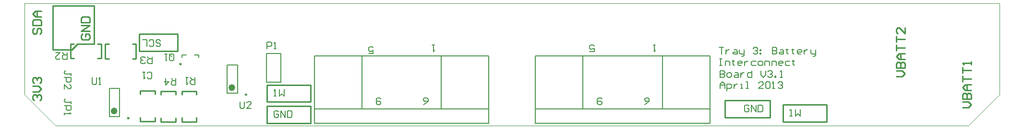
<source format=gto>
%FSLAX25Y25*%
%MOIN*%
G70*
G01*
G75*
G04 Layer_Color=65535*
%ADD10O,0.08661X0.02362*%
%ADD11R,0.03543X0.05118*%
%ADD12R,0.02362X0.05512*%
%ADD13R,0.05118X0.03543*%
%ADD14R,0.04921X0.05906*%
%ADD15R,0.02362X0.05906*%
%ADD16C,0.00100*%
%ADD17C,0.01000*%
%ADD18C,0.07874*%
%ADD19C,0.06500*%
%ADD20C,0.00098*%
%ADD21C,0.18740*%
%ADD22R,0.06654X0.06654*%
%ADD23C,0.06654*%
%ADD24C,0.09843*%
%ADD25R,0.05906X0.05906*%
%ADD26C,0.05906*%
%ADD27C,0.23622*%
%ADD28C,0.11811*%
%ADD29C,0.02362*%
%ADD30C,0.05000*%
%ADD31C,0.00984*%
%ADD32C,0.02362*%
%ADD33C,0.00787*%
%ADD34C,0.00591*%
D16*
X763779Y32480D02*
Y96457D01*
X742126Y10827D02*
X763779Y32480D01*
X108268Y10827D02*
X742126D01*
X86614Y32480D02*
X108268Y10827D01*
X86614Y96457D02*
X763779D01*
D17*
X106299Y63976D02*
Y94488D01*
Y63976D02*
X120079D01*
Y64961D01*
X121063D01*
Y65945D01*
X122047D01*
Y66929D01*
X123031D01*
Y67913D01*
X134843D01*
Y94488D01*
X106299D02*
X134843D01*
X643701Y13780D02*
Y25591D01*
X613189D02*
X643701D01*
X613189Y13780D02*
Y25591D01*
X613189Y13780D02*
X643701D01*
X604331Y16732D02*
Y28543D01*
X572835Y16732D02*
X604331D01*
X572835Y28543D02*
X604331D01*
X572835Y16732D02*
Y28543D01*
X254921Y12795D02*
X285433D01*
X285433Y12795D02*
Y24606D01*
X254921Y12795D02*
Y24606D01*
X254921D02*
X285433D01*
X254921Y27559D02*
X285433D01*
X254921Y27559D02*
Y39370D01*
X254921D02*
X285433D01*
Y27559D02*
Y39370D01*
X192913Y62992D02*
Y74803D01*
X166339D02*
X192913D01*
X166339Y62992D02*
Y74803D01*
Y62992D02*
X192913D01*
X161516Y68012D02*
X163878D01*
X161516Y57776D02*
X163878D01*
X142618D02*
X145374D01*
X142618Y68012D02*
X145374D01*
X142618Y57776D02*
Y68012D01*
X163878Y57776D02*
Y68012D01*
X118701Y57874D02*
X121063D01*
X118701Y68110D02*
X121063D01*
X137205D02*
X139961D01*
X137205Y57874D02*
X139961D01*
Y68110D01*
X118701Y57874D02*
Y68110D01*
X195866Y32677D02*
Y35039D01*
X206102Y32677D02*
Y35039D01*
Y13780D02*
Y16535D01*
X195866Y13780D02*
Y16535D01*
Y13780D02*
X206102D01*
X195866Y35039D02*
X206102D01*
X167079Y35217D02*
X177315D01*
X167079Y13957D02*
X177315D01*
X167079D02*
Y16713D01*
X177315Y13957D02*
Y16713D01*
Y32854D02*
Y35217D01*
X167079Y32854D02*
Y35217D01*
X181299Y32579D02*
Y34941D01*
X191535Y32579D02*
Y34941D01*
Y13681D02*
Y16437D01*
X181299Y13681D02*
Y16437D01*
Y13681D02*
X191535D01*
X181299Y34941D02*
X191535D01*
X93427Y28543D02*
X92427Y29543D01*
Y31542D01*
X93427Y32542D01*
X94427D01*
X95426Y31542D01*
Y30543D01*
Y31542D01*
X96426Y32542D01*
X97426D01*
X98425Y31542D01*
Y29543D01*
X97426Y28543D01*
X92427Y34541D02*
X96426D01*
X98425Y36541D01*
X96426Y38540D01*
X92427D01*
X93427Y40539D02*
X92427Y41539D01*
Y43538D01*
X93427Y44538D01*
X94427D01*
X95426Y43538D01*
Y42539D01*
Y43538D01*
X96426Y44538D01*
X97426D01*
X98425Y43538D01*
Y41539D01*
X97426Y40539D01*
X93427Y78802D02*
X92427Y77802D01*
Y75803D01*
X93427Y74803D01*
X94427D01*
X95426Y75803D01*
Y77802D01*
X96426Y78802D01*
X97426D01*
X98425Y77802D01*
Y75803D01*
X97426Y74803D01*
X92427Y80801D02*
X98425D01*
Y83800D01*
X97426Y84800D01*
X93427D01*
X92427Y83800D01*
Y80801D01*
X98425Y86799D02*
X94427D01*
X92427Y88799D01*
X94427Y90798D01*
X98425D01*
X95426D01*
Y86799D01*
X738096Y23622D02*
X742095D01*
X744095Y25621D01*
X742095Y27621D01*
X738096D01*
Y29620D02*
X744095D01*
Y32619D01*
X743095Y33619D01*
X742095D01*
X741095Y32619D01*
Y29620D01*
Y32619D01*
X740096Y33619D01*
X739096D01*
X738096Y32619D01*
Y29620D01*
X744095Y35618D02*
X740096D01*
X738096Y37617D01*
X740096Y39617D01*
X744095D01*
X741095D01*
Y35618D01*
X738096Y41616D02*
Y45615D01*
Y43616D01*
X744095D01*
X738096Y47614D02*
Y51613D01*
Y49614D01*
X744095D01*
Y53612D02*
Y55612D01*
Y54612D01*
X738096D01*
X739096Y53612D01*
X691837Y45276D02*
X695835D01*
X697835Y47275D01*
X695835Y49274D01*
X691837D01*
Y51274D02*
X697835D01*
Y54273D01*
X696835Y55272D01*
X695835D01*
X694836Y54273D01*
Y51274D01*
Y54273D01*
X693836Y55272D01*
X692836D01*
X691837Y54273D01*
Y51274D01*
X697835Y57272D02*
X693836D01*
X691837Y59271D01*
X693836Y61270D01*
X697835D01*
X694836D01*
Y57272D01*
X691837Y63270D02*
Y67269D01*
Y65269D01*
X697835D01*
X691837Y69268D02*
Y73267D01*
Y71267D01*
X697835D01*
Y79265D02*
Y75266D01*
X693836Y79265D01*
X692836D01*
X691837Y78265D01*
Y76266D01*
X692836Y75266D01*
X126891Y74865D02*
X125892Y73865D01*
Y71866D01*
X126891Y70866D01*
X130890D01*
X131890Y71866D01*
Y73865D01*
X130890Y74865D01*
X128891D01*
Y72865D01*
X131890Y76864D02*
X125892D01*
X131890Y80863D01*
X125892D01*
Y82862D02*
X131890D01*
Y85861D01*
X130890Y86861D01*
X126891D01*
X125892Y85861D01*
Y82862D01*
D20*
X86614Y32480D02*
Y96457D01*
D31*
X240917Y32606D02*
G03*
X240917Y32606I-492J0D01*
G01*
X159138Y16240D02*
G03*
X159138Y16240I-492J0D01*
G01*
X195413Y53937D02*
G03*
X195413Y53937I-492J0D01*
G01*
D32*
X231764Y37547D02*
G03*
X231764Y37547I-1181J0D01*
G01*
X149984Y21181D02*
G03*
X149984Y21181I-1181J0D01*
G01*
D33*
X529535Y22638D02*
Y59646D01*
X441347Y12795D02*
X562606D01*
X474417Y22638D02*
Y59646D01*
X441347Y59646D02*
X562606D01*
Y12795D02*
Y59646D01*
X441347Y12795D02*
Y59646D01*
Y22638D02*
X562606D01*
X376035D02*
Y59646D01*
X287846Y12795D02*
X409106D01*
X320917Y22638D02*
Y59646D01*
X287846Y59646D02*
X409106D01*
Y12795D02*
Y59646D01*
X287846Y12795D02*
Y59646D01*
Y22638D02*
X409106D01*
X234520Y33610D02*
Y53295D01*
X227433Y33610D02*
Y53295D01*
Y33610D02*
X234520D01*
X227433Y53295D02*
X234520D01*
X145653Y36929D02*
X152740D01*
X145653Y17244D02*
X152740D01*
X145653D02*
Y36929D01*
X152740Y17244D02*
Y36929D01*
X254476Y61327D02*
X264476D01*
Y41327D02*
Y61327D01*
X254476Y41327D02*
X264476D01*
X254476D02*
Y61327D01*
X204527Y60236D02*
X207677D01*
Y58661D02*
Y60236D01*
X195866D02*
X199016D01*
X195866Y58661D02*
Y60236D01*
D34*
X618110Y17717D02*
X619685D01*
X618897D01*
Y22439D01*
X618110Y21652D01*
X622046Y22439D02*
Y17717D01*
X623620Y19291D01*
X625195Y17717D01*
Y22439D01*
X236221Y27754D02*
Y23819D01*
X237008Y23031D01*
X238582D01*
X239369Y23819D01*
Y27754D01*
X244092Y23031D02*
X240943D01*
X244092Y26180D01*
Y26967D01*
X243305Y27754D01*
X241730D01*
X240943Y26967D01*
X133465Y44487D02*
Y40551D01*
X134252Y39764D01*
X135826D01*
X136613Y40551D01*
Y44487D01*
X138187Y39764D02*
X139762D01*
X138975D01*
Y44487D01*
X138187Y43699D01*
X191634Y43996D02*
Y39273D01*
X189272D01*
X188485Y40060D01*
Y41635D01*
X189272Y42422D01*
X191634D01*
X190060D02*
X188485Y43996D01*
X184549D02*
Y39273D01*
X186911Y41635D01*
X183762D01*
X175197Y59055D02*
Y54332D01*
X172835D01*
X172048Y55119D01*
Y56694D01*
X172835Y57481D01*
X175197D01*
X173623D02*
X172048Y59055D01*
X170474Y55119D02*
X169687Y54332D01*
X168113D01*
X167325Y55119D01*
Y55906D01*
X168113Y56694D01*
X168900D01*
X168113D01*
X167325Y57481D01*
Y58268D01*
X168113Y59055D01*
X169687D01*
X170474Y58268D01*
X116142Y62008D02*
Y57285D01*
X113780D01*
X112993Y58072D01*
Y59646D01*
X113780Y60434D01*
X116142D01*
X114567D02*
X112993Y62008D01*
X108270D02*
X111419D01*
X108270Y58859D01*
Y58072D01*
X109057Y57285D01*
X110632D01*
X111419Y58072D01*
X204921Y44488D02*
Y39765D01*
X202560D01*
X201773Y40552D01*
Y42127D01*
X202560Y42914D01*
X204921D01*
X203347D02*
X201773Y44488D01*
X200198D02*
X198624D01*
X199411D01*
Y39765D01*
X200198Y40552D01*
X255126Y64677D02*
Y69400D01*
X257488D01*
X258275Y68612D01*
Y67038D01*
X257488Y66251D01*
X255126D01*
X259849Y64677D02*
X261423D01*
X260636D01*
Y69400D01*
X259849Y68612D01*
X118896Y46064D02*
Y47638D01*
Y46851D01*
X114960D01*
X114173Y47638D01*
Y48425D01*
X114960Y49213D01*
X114173Y44490D02*
X118896D01*
Y42128D01*
X118109Y41341D01*
X116535D01*
X115747Y42128D01*
Y44490D01*
X114173Y36618D02*
Y39767D01*
X117322Y36618D01*
X118109D01*
X118896Y37405D01*
Y38980D01*
X118109Y39767D01*
X118896Y26379D02*
Y27953D01*
Y27166D01*
X114960D01*
X114173Y27953D01*
Y28740D01*
X114960Y29528D01*
X114173Y24805D02*
X118896D01*
Y22443D01*
X118109Y21656D01*
X116535D01*
X115747Y22443D01*
Y24805D01*
X114173Y20082D02*
Y18507D01*
Y19295D01*
X118896D01*
X118109Y20082D01*
X171851Y44489D02*
X172639Y43702D01*
X174213D01*
X175000Y44489D01*
Y47638D01*
X174213Y48425D01*
X172639D01*
X171851Y47638D01*
X170277Y48425D02*
X168703D01*
X169490D01*
Y43702D01*
X170277Y44489D01*
X187206Y60237D02*
Y57088D01*
X187993Y56301D01*
X189567D01*
X190354Y57088D01*
Y60237D01*
X189567Y61024D01*
X187993D01*
X188780Y59449D02*
X187206Y61024D01*
X187993D02*
X187206Y60237D01*
X185631Y61024D02*
X184057D01*
X184844D01*
Y56301D01*
X185631Y57088D01*
X517155Y25690D02*
X518729Y26478D01*
X520303Y28052D01*
Y29626D01*
X519516Y30413D01*
X517942D01*
X517155Y29626D01*
Y28839D01*
X517942Y28052D01*
X520303D01*
X487587Y29626D02*
X486799Y30413D01*
X485225D01*
X484438Y29626D01*
Y26478D01*
X485225Y25690D01*
X486799D01*
X487587Y26478D01*
Y27265D01*
X486799Y28052D01*
X484438D01*
X478985Y62698D02*
X482134D01*
Y65060D01*
X480560Y64273D01*
X479772D01*
X478985Y65060D01*
Y66634D01*
X479772Y67421D01*
X481347D01*
X482134Y66634D01*
X524772Y67421D02*
X523197D01*
X523984D01*
Y62698D01*
X524772Y63485D01*
X363655Y25690D02*
X365229Y26478D01*
X366803Y28052D01*
Y29626D01*
X366016Y30413D01*
X364442D01*
X363655Y29626D01*
Y28839D01*
X364442Y28052D01*
X366803D01*
X334087Y29626D02*
X333299Y30413D01*
X331725D01*
X330938Y29626D01*
Y26478D01*
X331725Y25690D01*
X333299D01*
X334087Y26478D01*
Y27265D01*
X333299Y28052D01*
X330938D01*
X325592Y61222D02*
X328740D01*
Y63583D01*
X327166Y62796D01*
X326379D01*
X325592Y63583D01*
Y65158D01*
X326379Y65945D01*
X327953D01*
X328740Y65158D01*
X371272Y67421D02*
X369697D01*
X370484D01*
Y62698D01*
X371272Y63485D01*
X569685Y36811D02*
Y39960D01*
X571259Y41534D01*
X572834Y39960D01*
Y36811D01*
Y39172D01*
X569685D01*
X574408Y35237D02*
Y39960D01*
X576769D01*
X577557Y39172D01*
Y37598D01*
X576769Y36811D01*
X574408D01*
X579131Y39960D02*
Y36811D01*
Y38385D01*
X579918Y39172D01*
X580705Y39960D01*
X581492D01*
X583854Y36811D02*
X585428D01*
X584641D01*
Y39960D01*
X583854D01*
X587789Y36811D02*
X589364D01*
X588577D01*
Y41534D01*
X587789D01*
X599597Y36811D02*
X596448D01*
X599597Y39960D01*
Y40747D01*
X598809Y41534D01*
X597235D01*
X596448Y40747D01*
X601171D02*
X601958Y41534D01*
X603532D01*
X604319Y40747D01*
Y37598D01*
X603532Y36811D01*
X601958D01*
X601171Y37598D01*
Y40747D01*
X605894Y36811D02*
X607468D01*
X606681D01*
Y41534D01*
X605894Y40747D01*
X609830D02*
X610617Y41534D01*
X612191D01*
X612978Y40747D01*
Y39960D01*
X612191Y39172D01*
X611404D01*
X612191D01*
X612978Y38385D01*
Y37598D01*
X612191Y36811D01*
X610617D01*
X609830Y37598D01*
X589763Y24605D02*
X588976Y25392D01*
X587401D01*
X586614Y24605D01*
Y21456D01*
X587401Y20669D01*
X588976D01*
X589763Y21456D01*
Y23031D01*
X588189D01*
X591337Y20669D02*
Y25392D01*
X594486Y20669D01*
Y25392D01*
X596060D02*
Y20669D01*
X598421D01*
X599208Y21456D01*
Y24605D01*
X598421Y25392D01*
X596060D01*
X262991Y20668D02*
X262204Y21455D01*
X260630D01*
X259842Y20668D01*
Y17519D01*
X260630Y16732D01*
X262204D01*
X262991Y17519D01*
Y19094D01*
X261417D01*
X264565Y16732D02*
Y21455D01*
X267714Y16732D01*
Y21455D01*
X269288D02*
Y16732D01*
X271650D01*
X272437Y17519D01*
Y20668D01*
X271650Y21455D01*
X269288D01*
X259842Y31496D02*
X261417D01*
X260630D01*
Y36219D01*
X259842Y35432D01*
X263778Y36219D02*
Y31496D01*
X265353Y33070D01*
X266927Y31496D01*
Y36219D01*
X177954Y66930D02*
X178741Y66143D01*
X180315D01*
X181102Y66930D01*
Y67718D01*
X180315Y68505D01*
X178741D01*
X177954Y69292D01*
Y70079D01*
X178741Y70866D01*
X180315D01*
X181102Y70079D01*
X173231Y66930D02*
X174018Y66143D01*
X175592D01*
X176380Y66930D01*
Y70079D01*
X175592Y70866D01*
X174018D01*
X173231Y70079D01*
X171657Y66143D02*
Y70866D01*
X168508D01*
X569685Y49408D02*
Y44685D01*
X572047D01*
X572834Y45472D01*
Y46259D01*
X572047Y47047D01*
X569685D01*
X572047D01*
X572834Y47834D01*
Y48621D01*
X572047Y49408D01*
X569685D01*
X575195Y44685D02*
X576769D01*
X577557Y45472D01*
Y47047D01*
X576769Y47834D01*
X575195D01*
X574408Y47047D01*
Y45472D01*
X575195Y44685D01*
X579918Y47834D02*
X581492D01*
X582279Y47047D01*
Y44685D01*
X579918D01*
X579131Y45472D01*
X579918Y46259D01*
X582279D01*
X583854Y47834D02*
Y44685D01*
Y46259D01*
X584641Y47047D01*
X585428Y47834D01*
X586215D01*
X591725Y49408D02*
Y44685D01*
X589364D01*
X588577Y45472D01*
Y47047D01*
X589364Y47834D01*
X591725D01*
X598022Y49408D02*
Y46259D01*
X599597Y44685D01*
X601171Y46259D01*
Y49408D01*
X602745Y48621D02*
X603532Y49408D01*
X605107D01*
X605894Y48621D01*
Y47834D01*
X605107Y47047D01*
X604319D01*
X605107D01*
X605894Y46259D01*
Y45472D01*
X605107Y44685D01*
X603532D01*
X602745Y45472D01*
X607468Y44685D02*
Y45472D01*
X608255D01*
Y44685D01*
X607468D01*
X611404D02*
X612978D01*
X612191D01*
Y49408D01*
X611404Y48621D01*
X569291Y57676D02*
X570866D01*
X570079D01*
Y52953D01*
X569291D01*
X570866D01*
X573227D02*
Y56101D01*
X575589D01*
X576376Y55314D01*
Y52953D01*
X578737Y56889D02*
Y56101D01*
X577950D01*
X579524D01*
X578737D01*
Y53740D01*
X579524Y52953D01*
X584247D02*
X582673D01*
X581886Y53740D01*
Y55314D01*
X582673Y56101D01*
X584247D01*
X585034Y55314D01*
Y54527D01*
X581886D01*
X586609Y56101D02*
Y52953D01*
Y54527D01*
X587396Y55314D01*
X588183Y56101D01*
X588970D01*
X594480D02*
X592119D01*
X591331Y55314D01*
Y53740D01*
X592119Y52953D01*
X594480D01*
X596841D02*
X598416D01*
X599203Y53740D01*
Y55314D01*
X598416Y56101D01*
X596841D01*
X596054Y55314D01*
Y53740D01*
X596841Y52953D01*
X600777D02*
Y56101D01*
X603139D01*
X603926Y55314D01*
Y52953D01*
X605500D02*
Y56101D01*
X607862D01*
X608649Y55314D01*
Y52953D01*
X612584D02*
X611010D01*
X610223Y53740D01*
Y55314D01*
X611010Y56101D01*
X612584D01*
X613372Y55314D01*
Y54527D01*
X610223D01*
X618094Y56101D02*
X615733D01*
X614946Y55314D01*
Y53740D01*
X615733Y52953D01*
X618094D01*
X620456Y56889D02*
Y56101D01*
X619669D01*
X621243D01*
X620456D01*
Y53740D01*
X621243Y52953D01*
X568898Y65550D02*
X572046D01*
X570472D01*
Y60827D01*
X573621Y63975D02*
Y60827D01*
Y62401D01*
X574408Y63188D01*
X575195Y63975D01*
X575982D01*
X579131D02*
X580705D01*
X581492Y63188D01*
Y60827D01*
X579131D01*
X578343Y61614D01*
X579131Y62401D01*
X581492D01*
X583066Y63975D02*
Y61614D01*
X583853Y60827D01*
X586215D01*
Y60040D01*
X585428Y59253D01*
X584641D01*
X586215Y60827D02*
Y63975D01*
X592512Y64763D02*
X593299Y65550D01*
X594874D01*
X595661Y64763D01*
Y63975D01*
X594874Y63188D01*
X594086D01*
X594874D01*
X595661Y62401D01*
Y61614D01*
X594874Y60827D01*
X593299D01*
X592512Y61614D01*
X597235Y63975D02*
X598022D01*
Y63188D01*
X597235D01*
Y63975D01*
Y61614D02*
X598022D01*
Y60827D01*
X597235D01*
Y61614D01*
X605894Y65550D02*
Y60827D01*
X608255D01*
X609042Y61614D01*
Y62401D01*
X608255Y63188D01*
X605894D01*
X608255D01*
X609042Y63975D01*
Y64763D01*
X608255Y65550D01*
X605894D01*
X611404Y63975D02*
X612978D01*
X613765Y63188D01*
Y60827D01*
X611404D01*
X610616Y61614D01*
X611404Y62401D01*
X613765D01*
X616126Y64763D02*
Y63975D01*
X615339D01*
X616914D01*
X616126D01*
Y61614D01*
X616914Y60827D01*
X620062Y64763D02*
Y63975D01*
X619275D01*
X620849D01*
X620062D01*
Y61614D01*
X620849Y60827D01*
X625572D02*
X623998D01*
X623211Y61614D01*
Y63188D01*
X623998Y63975D01*
X625572D01*
X626359Y63188D01*
Y62401D01*
X623211D01*
X627934Y63975D02*
Y60827D01*
Y62401D01*
X628721Y63188D01*
X629508Y63975D01*
X630295D01*
X632656D02*
Y61614D01*
X633444Y60827D01*
X635805D01*
Y60040D01*
X635018Y59253D01*
X634231D01*
X635805Y60827D02*
Y63975D01*
M02*

</source>
